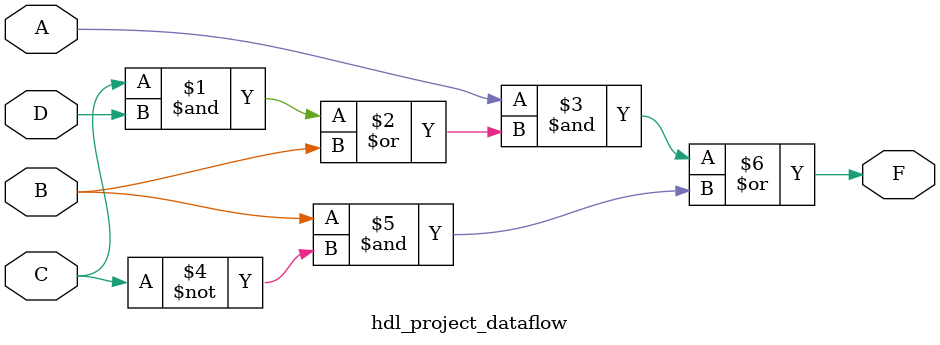
<source format=v>

`timescale 1ns / 1ps


module hdl_project_dataflow(F,A,B,C,D);
	input A,B,C,D;
	output F;

	assign F = A&(C&D | B) | B&~C;
endmodule

</source>
